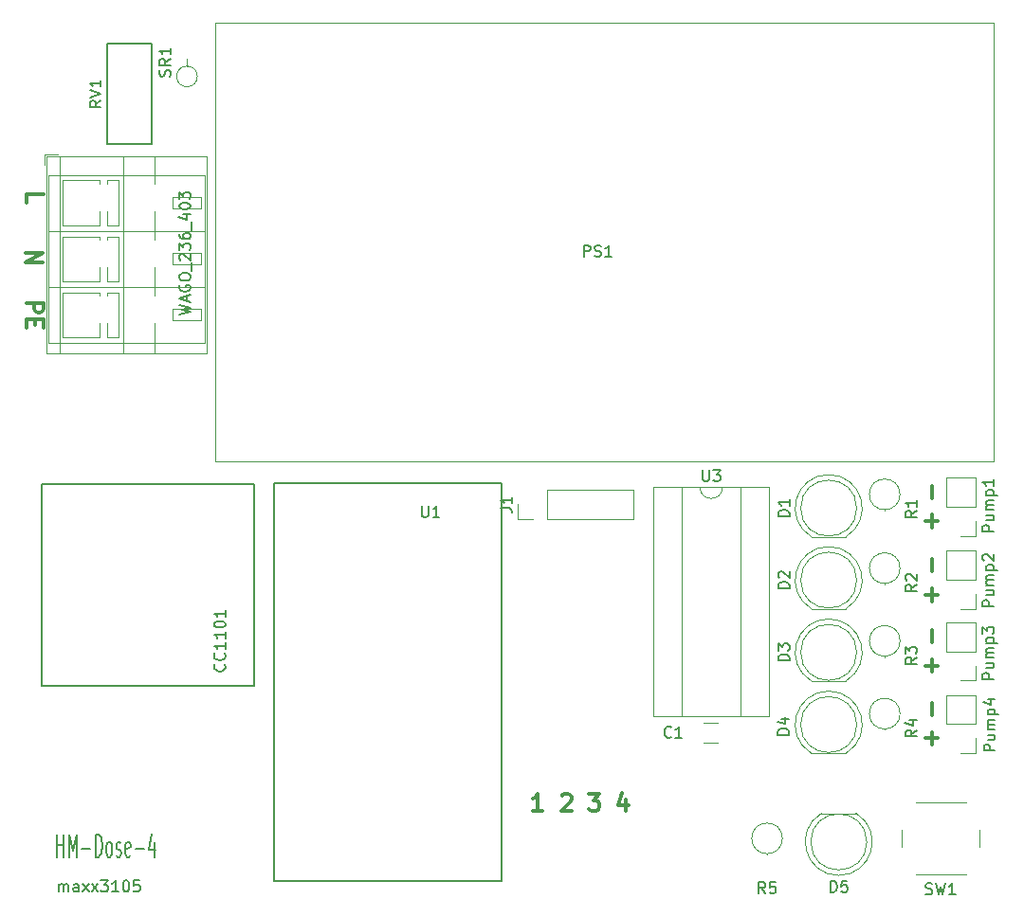
<source format=gbr>
%TF.GenerationSoftware,KiCad,Pcbnew,(5.1.9)-1*%
%TF.CreationDate,2021-03-16T20:09:15+01:00*%
%TF.ProjectId,HB-Uni-SenDose-4,48422d55-6e69-42d5-9365-6e446f73652d,rev?*%
%TF.SameCoordinates,Original*%
%TF.FileFunction,Legend,Top*%
%TF.FilePolarity,Positive*%
%FSLAX46Y46*%
G04 Gerber Fmt 4.6, Leading zero omitted, Abs format (unit mm)*
G04 Created by KiCad (PCBNEW (5.1.9)-1) date 2021-03-16 20:09:15*
%MOMM*%
%LPD*%
G01*
G04 APERTURE LIST*
%ADD10C,0.300000*%
%ADD11C,0.150000*%
%ADD12C,0.120000*%
G04 APERTURE END LIST*
D10*
X162157142Y-111446428D02*
X162157142Y-110303571D01*
X162107142Y-92071428D02*
X162107142Y-90928571D01*
X162107142Y-98596428D02*
X162107142Y-97453571D01*
X162107142Y-104946428D02*
X162107142Y-103803571D01*
X134785714Y-118978571D02*
X134785714Y-119978571D01*
X134428571Y-118407142D02*
X134071428Y-119478571D01*
X135000000Y-119478571D01*
X131500000Y-118478571D02*
X132428571Y-118478571D01*
X131928571Y-119050000D01*
X132142857Y-119050000D01*
X132285714Y-119121428D01*
X132357142Y-119192857D01*
X132428571Y-119335714D01*
X132428571Y-119692857D01*
X132357142Y-119835714D01*
X132285714Y-119907142D01*
X132142857Y-119978571D01*
X131714285Y-119978571D01*
X131571428Y-119907142D01*
X131500000Y-119835714D01*
X129071428Y-118621428D02*
X129142857Y-118550000D01*
X129285714Y-118478571D01*
X129642857Y-118478571D01*
X129785714Y-118550000D01*
X129857142Y-118621428D01*
X129928571Y-118764285D01*
X129928571Y-118907142D01*
X129857142Y-119121428D01*
X129000000Y-119978571D01*
X129928571Y-119978571D01*
X127328571Y-119978571D02*
X126471428Y-119978571D01*
X126900000Y-119978571D02*
X126900000Y-118478571D01*
X126757142Y-118692857D01*
X126614285Y-118835714D01*
X126471428Y-118907142D01*
X81271428Y-74578571D02*
X82771428Y-74578571D01*
X82771428Y-75150000D01*
X82700000Y-75292857D01*
X82628571Y-75364285D01*
X82485714Y-75435714D01*
X82271428Y-75435714D01*
X82128571Y-75364285D01*
X82057142Y-75292857D01*
X81985714Y-75150000D01*
X81985714Y-74578571D01*
X82057142Y-76078571D02*
X82057142Y-76578571D01*
X81271428Y-76792857D02*
X81271428Y-76078571D01*
X82771428Y-76078571D01*
X82771428Y-76792857D01*
X81271428Y-65614285D02*
X81271428Y-64900000D01*
X82771428Y-64900000D01*
X82728571Y-70978571D02*
X81228571Y-70978571D01*
X82728571Y-70121428D01*
X81228571Y-70121428D01*
X161528571Y-100707142D02*
X162671428Y-100707142D01*
X162100000Y-101278571D02*
X162100000Y-100135714D01*
X161528571Y-94107142D02*
X162671428Y-94107142D01*
X162100000Y-94678571D02*
X162100000Y-93535714D01*
X161528571Y-107007142D02*
X162671428Y-107007142D01*
X162100000Y-107578571D02*
X162100000Y-106435714D01*
X161528571Y-113507142D02*
X162671428Y-113507142D01*
X162100000Y-114078571D02*
X162100000Y-112935714D01*
D11*
X84154761Y-127202380D02*
X84154761Y-126535714D01*
X84154761Y-126630952D02*
X84202380Y-126583333D01*
X84297619Y-126535714D01*
X84440476Y-126535714D01*
X84535714Y-126583333D01*
X84583333Y-126678571D01*
X84583333Y-127202380D01*
X84583333Y-126678571D02*
X84630952Y-126583333D01*
X84726190Y-126535714D01*
X84869047Y-126535714D01*
X84964285Y-126583333D01*
X85011904Y-126678571D01*
X85011904Y-127202380D01*
X85916666Y-127202380D02*
X85916666Y-126678571D01*
X85869047Y-126583333D01*
X85773809Y-126535714D01*
X85583333Y-126535714D01*
X85488095Y-126583333D01*
X85916666Y-127154761D02*
X85821428Y-127202380D01*
X85583333Y-127202380D01*
X85488095Y-127154761D01*
X85440476Y-127059523D01*
X85440476Y-126964285D01*
X85488095Y-126869047D01*
X85583333Y-126821428D01*
X85821428Y-126821428D01*
X85916666Y-126773809D01*
X86297619Y-127202380D02*
X86821428Y-126535714D01*
X86297619Y-126535714D02*
X86821428Y-127202380D01*
X87107142Y-127202380D02*
X87630952Y-126535714D01*
X87107142Y-126535714D02*
X87630952Y-127202380D01*
X87916666Y-126202380D02*
X88535714Y-126202380D01*
X88202380Y-126583333D01*
X88345238Y-126583333D01*
X88440476Y-126630952D01*
X88488095Y-126678571D01*
X88535714Y-126773809D01*
X88535714Y-127011904D01*
X88488095Y-127107142D01*
X88440476Y-127154761D01*
X88345238Y-127202380D01*
X88059523Y-127202380D01*
X87964285Y-127154761D01*
X87916666Y-127107142D01*
X89488095Y-127202380D02*
X88916666Y-127202380D01*
X89202380Y-127202380D02*
X89202380Y-126202380D01*
X89107142Y-126345238D01*
X89011904Y-126440476D01*
X88916666Y-126488095D01*
X90107142Y-126202380D02*
X90202380Y-126202380D01*
X90297619Y-126250000D01*
X90345238Y-126297619D01*
X90392857Y-126392857D01*
X90440476Y-126583333D01*
X90440476Y-126821428D01*
X90392857Y-127011904D01*
X90345238Y-127107142D01*
X90297619Y-127154761D01*
X90202380Y-127202380D01*
X90107142Y-127202380D01*
X90011904Y-127154761D01*
X89964285Y-127107142D01*
X89916666Y-127011904D01*
X89869047Y-126821428D01*
X89869047Y-126583333D01*
X89916666Y-126392857D01*
X89964285Y-126297619D01*
X90011904Y-126250000D01*
X90107142Y-126202380D01*
X91345238Y-126202380D02*
X90869047Y-126202380D01*
X90821428Y-126678571D01*
X90869047Y-126630952D01*
X90964285Y-126583333D01*
X91202380Y-126583333D01*
X91297619Y-126630952D01*
X91345238Y-126678571D01*
X91392857Y-126773809D01*
X91392857Y-127011904D01*
X91345238Y-127107142D01*
X91297619Y-127154761D01*
X91202380Y-127202380D01*
X90964285Y-127202380D01*
X90869047Y-127154761D01*
X90821428Y-127107142D01*
X84017857Y-124104761D02*
X84017857Y-122104761D01*
X84017857Y-123057142D02*
X84589285Y-123057142D01*
X84589285Y-124104761D02*
X84589285Y-122104761D01*
X85065476Y-124104761D02*
X85065476Y-122104761D01*
X85398809Y-123533333D01*
X85732142Y-122104761D01*
X85732142Y-124104761D01*
X86208333Y-123342857D02*
X86970238Y-123342857D01*
X87446428Y-124104761D02*
X87446428Y-122104761D01*
X87684523Y-122104761D01*
X87827380Y-122200000D01*
X87922619Y-122390476D01*
X87970238Y-122580952D01*
X88017857Y-122961904D01*
X88017857Y-123247619D01*
X87970238Y-123628571D01*
X87922619Y-123819047D01*
X87827380Y-124009523D01*
X87684523Y-124104761D01*
X87446428Y-124104761D01*
X88589285Y-124104761D02*
X88494047Y-124009523D01*
X88446428Y-123914285D01*
X88398809Y-123723809D01*
X88398809Y-123152380D01*
X88446428Y-122961904D01*
X88494047Y-122866666D01*
X88589285Y-122771428D01*
X88732142Y-122771428D01*
X88827380Y-122866666D01*
X88875000Y-122961904D01*
X88922619Y-123152380D01*
X88922619Y-123723809D01*
X88875000Y-123914285D01*
X88827380Y-124009523D01*
X88732142Y-124104761D01*
X88589285Y-124104761D01*
X89303571Y-124009523D02*
X89398809Y-124104761D01*
X89589285Y-124104761D01*
X89684523Y-124009523D01*
X89732142Y-123819047D01*
X89732142Y-123723809D01*
X89684523Y-123533333D01*
X89589285Y-123438095D01*
X89446428Y-123438095D01*
X89351190Y-123342857D01*
X89303571Y-123152380D01*
X89303571Y-123057142D01*
X89351190Y-122866666D01*
X89446428Y-122771428D01*
X89589285Y-122771428D01*
X89684523Y-122866666D01*
X90541666Y-124009523D02*
X90446428Y-124104761D01*
X90255952Y-124104761D01*
X90160714Y-124009523D01*
X90113095Y-123819047D01*
X90113095Y-123057142D01*
X90160714Y-122866666D01*
X90255952Y-122771428D01*
X90446428Y-122771428D01*
X90541666Y-122866666D01*
X90589285Y-123057142D01*
X90589285Y-123247619D01*
X90113095Y-123438095D01*
X91017857Y-123342857D02*
X91779761Y-123342857D01*
X92684523Y-122771428D02*
X92684523Y-124104761D01*
X92446428Y-122009523D02*
X92208333Y-123438095D01*
X92827380Y-123438095D01*
D12*
%TO.C,D4*%
X151355000Y-114840000D02*
X154445000Y-114840000D01*
X155400000Y-112280000D02*
G75*
G03*
X155400000Y-112280000I-2500000J0D01*
G01*
X152899538Y-109290000D02*
G75*
G02*
X154444830Y-114840000I462J-2990000D01*
G01*
X152900462Y-109290000D02*
G75*
G03*
X151355170Y-114840000I-462J-2990000D01*
G01*
%TO.C,SR1*%
X95600000Y-53430000D02*
X95600000Y-52810000D01*
X96520000Y-54350000D02*
G75*
G03*
X96520000Y-54350000I-920000J0D01*
G01*
D11*
%TO.C,RV1*%
X92450000Y-51400000D02*
X88450000Y-51400000D01*
X92450000Y-60400000D02*
X88450000Y-60400000D01*
X92450000Y-51400000D02*
X92450000Y-60400000D01*
X88450000Y-51400000D02*
X88450000Y-60400000D01*
D12*
%TO.C,C1*%
X141721000Y-113920000D02*
X142979000Y-113920000D01*
X141721000Y-112080000D02*
X142979000Y-112080000D01*
%TO.C,Pump4*%
X166030000Y-109630000D02*
X163370000Y-109630000D01*
X166030000Y-112230000D02*
X166030000Y-109630000D01*
X163370000Y-112230000D02*
X163370000Y-109630000D01*
X166030000Y-112230000D02*
X163370000Y-112230000D01*
X166030000Y-113500000D02*
X166030000Y-114830000D01*
X166030000Y-114830000D02*
X164700000Y-114830000D01*
%TO.C,Pump3*%
X166030000Y-103130000D02*
X163370000Y-103130000D01*
X166030000Y-105730000D02*
X166030000Y-103130000D01*
X163370000Y-105730000D02*
X163370000Y-103130000D01*
X166030000Y-105730000D02*
X163370000Y-105730000D01*
X166030000Y-107000000D02*
X166030000Y-108330000D01*
X166030000Y-108330000D02*
X164700000Y-108330000D01*
%TO.C,Pump2*%
X166030000Y-96730000D02*
X163370000Y-96730000D01*
X166030000Y-99330000D02*
X166030000Y-96730000D01*
X163370000Y-99330000D02*
X163370000Y-96730000D01*
X166030000Y-99330000D02*
X163370000Y-99330000D01*
X166030000Y-100600000D02*
X166030000Y-101930000D01*
X166030000Y-101930000D02*
X164700000Y-101930000D01*
%TO.C,Pump1*%
X166030000Y-90230000D02*
X163370000Y-90230000D01*
X166030000Y-92830000D02*
X166030000Y-90230000D01*
X163370000Y-92830000D02*
X163370000Y-90230000D01*
X166030000Y-92830000D02*
X163370000Y-92830000D01*
X166030000Y-94100000D02*
X166030000Y-95430000D01*
X166030000Y-95430000D02*
X164700000Y-95430000D01*
%TO.C,PS1*%
X167600000Y-49550000D02*
X167600000Y-88750000D01*
X98100000Y-88750000D02*
X98100000Y-49550000D01*
X167600000Y-88750000D02*
X98100000Y-88750000D01*
X98100000Y-49550000D02*
X167600000Y-49550000D01*
%TO.C,U3*%
X141410000Y-91070000D02*
X139760000Y-91070000D01*
X139760000Y-91070000D02*
X139760000Y-111510000D01*
X139760000Y-111510000D02*
X145060000Y-111510000D01*
X145060000Y-111510000D02*
X145060000Y-91070000D01*
X145060000Y-91070000D02*
X143410000Y-91070000D01*
X137270000Y-91010000D02*
X137270000Y-111570000D01*
X137270000Y-111570000D02*
X147550000Y-111570000D01*
X147550000Y-111570000D02*
X147550000Y-91010000D01*
X147550000Y-91010000D02*
X137270000Y-91010000D01*
X143410000Y-91070000D02*
G75*
G02*
X141410000Y-91070000I-1000000J0D01*
G01*
%TO.C,WAGO_236_403*%
X82840000Y-61290000D02*
X82840000Y-62290000D01*
X84080000Y-61290000D02*
X82840000Y-61290000D01*
X96850000Y-76150000D02*
X94351000Y-76150000D01*
X96850000Y-75150000D02*
X94351000Y-75150000D01*
X94351000Y-75150000D02*
X94351000Y-76150000D01*
X96850000Y-75150000D02*
X96850000Y-76150000D01*
X89500000Y-77650000D02*
X88500000Y-77650000D01*
X89500000Y-73650000D02*
X88500000Y-73650000D01*
X88500000Y-76380000D02*
X88500000Y-77650000D01*
X88500000Y-73650000D02*
X88500000Y-73920000D01*
X89500000Y-73650000D02*
X89500000Y-77650000D01*
X97200000Y-78150000D02*
X83200000Y-78150000D01*
X97200000Y-73150000D02*
X83200000Y-73150000D01*
X83200000Y-73150000D02*
X83200000Y-78150000D01*
X97200000Y-73150000D02*
X97200000Y-78150000D01*
X87800000Y-77650000D02*
X84500000Y-77650000D01*
X87800000Y-73650000D02*
X84500000Y-73650000D01*
X84500000Y-73650000D02*
X84500000Y-77650000D01*
X87800000Y-76380000D02*
X87800000Y-77650000D01*
X87800000Y-73650000D02*
X87800000Y-73920000D01*
X96850000Y-71150000D02*
X94351000Y-71150000D01*
X96850000Y-70150000D02*
X94351000Y-70150000D01*
X94351000Y-70150000D02*
X94351000Y-71150000D01*
X96850000Y-70150000D02*
X96850000Y-71150000D01*
X89500000Y-72650000D02*
X88500000Y-72650000D01*
X89500000Y-68650000D02*
X88500000Y-68650000D01*
X88500000Y-71380000D02*
X88500000Y-72650000D01*
X88500000Y-68650000D02*
X88500000Y-68920000D01*
X89500000Y-68650000D02*
X89500000Y-72650000D01*
X97200000Y-73150000D02*
X83200000Y-73150000D01*
X97200000Y-68150000D02*
X83200000Y-68150000D01*
X83200000Y-68150000D02*
X83200000Y-73150000D01*
X97200000Y-68150000D02*
X97200000Y-73150000D01*
X87800000Y-72650000D02*
X84500000Y-72650000D01*
X87800000Y-68650000D02*
X84500000Y-68650000D01*
X84500000Y-68650000D02*
X84500000Y-72650000D01*
X87800000Y-71380000D02*
X87800000Y-72650000D01*
X87800000Y-68650000D02*
X87800000Y-68920000D01*
X96850000Y-66150000D02*
X94351000Y-66150000D01*
X96850000Y-65150000D02*
X94351000Y-65150000D01*
X94351000Y-65150000D02*
X94351000Y-66150000D01*
X96850000Y-65150000D02*
X96850000Y-66150000D01*
X89500000Y-67650000D02*
X88500000Y-67650000D01*
X89500000Y-63650000D02*
X88500000Y-63650000D01*
X88500000Y-66380000D02*
X88500000Y-67650000D01*
X88500000Y-63650000D02*
X88500000Y-63920000D01*
X89500000Y-63650000D02*
X89500000Y-67650000D01*
X97200000Y-68150000D02*
X83200000Y-68150000D01*
X97200000Y-63150000D02*
X83200000Y-63150000D01*
X83200000Y-63150000D02*
X83200000Y-68150000D01*
X97200000Y-63150000D02*
X97200000Y-68150000D01*
X87800000Y-67650000D02*
X84500000Y-67650000D01*
X87800000Y-63650000D02*
X84500000Y-63650000D01*
X84500000Y-63650000D02*
X84500000Y-67650000D01*
X87800000Y-66380000D02*
X87800000Y-67650000D01*
X87800000Y-63650000D02*
X87800000Y-63920000D01*
X97320000Y-79070000D02*
X83080000Y-79070000D01*
X97320000Y-61530000D02*
X83080000Y-61530000D01*
X83080000Y-61530000D02*
X83080000Y-79070000D01*
X97320000Y-61530000D02*
X97320000Y-79070000D01*
X92700000Y-76380000D02*
X92700000Y-79070000D01*
X92700000Y-71380000D02*
X92700000Y-73920000D01*
X92700000Y-66380000D02*
X92700000Y-68920000D01*
X92700000Y-61530000D02*
X92700000Y-63920000D01*
X89900000Y-61530000D02*
X89900000Y-79070000D01*
X84200000Y-61530000D02*
X84200000Y-79070000D01*
D11*
%TO.C,U2*%
X101600000Y-108800000D02*
X100600000Y-108800000D01*
X101600000Y-90800000D02*
X101600000Y-108800000D01*
X82600000Y-90800000D02*
X101600000Y-90800000D01*
X82600000Y-108800000D02*
X82600000Y-90800000D01*
X100600000Y-108800000D02*
X82600000Y-108800000D01*
%TO.C,U1*%
X123680000Y-90740000D02*
X103360000Y-90740000D01*
X103360000Y-90740000D02*
X103360000Y-126300000D01*
X103360000Y-126300000D02*
X123680000Y-126300000D01*
X123680000Y-126300000D02*
X123680000Y-90740000D01*
D12*
%TO.C,SW1*%
X159400000Y-121700000D02*
X159400000Y-123200000D01*
X160650000Y-125700000D02*
X165150000Y-125700000D01*
X166400000Y-123200000D02*
X166400000Y-121700000D01*
X165150000Y-119200000D02*
X160650000Y-119200000D01*
%TO.C,R5*%
X147400000Y-123820000D02*
X147400000Y-123890000D01*
X148770000Y-122450000D02*
G75*
G03*
X148770000Y-122450000I-1370000J0D01*
G01*
%TO.C,R4*%
X157900000Y-112670000D02*
X157900000Y-112740000D01*
X159270000Y-111300000D02*
G75*
G03*
X159270000Y-111300000I-1370000J0D01*
G01*
%TO.C,R3*%
X157900000Y-106170000D02*
X157900000Y-106240000D01*
X159270000Y-104800000D02*
G75*
G03*
X159270000Y-104800000I-1370000J0D01*
G01*
%TO.C,R2*%
X157900000Y-99670000D02*
X157900000Y-99740000D01*
X159270000Y-98300000D02*
G75*
G03*
X159270000Y-98300000I-1370000J0D01*
G01*
%TO.C,R1*%
X157900000Y-93070000D02*
X157900000Y-93140000D01*
X159270000Y-91700000D02*
G75*
G03*
X159270000Y-91700000I-1370000J0D01*
G01*
%TO.C,J1*%
X125170000Y-93930000D02*
X125170000Y-92600000D01*
X126500000Y-93930000D02*
X125170000Y-93930000D01*
X127770000Y-93930000D02*
X127770000Y-91270000D01*
X127770000Y-91270000D02*
X135450000Y-91270000D01*
X127770000Y-93930000D02*
X135450000Y-93930000D01*
X135450000Y-93930000D02*
X135450000Y-91270000D01*
%TO.C,D5*%
X155345000Y-120210000D02*
X152255000Y-120210000D01*
X156300000Y-122770000D02*
G75*
G03*
X156300000Y-122770000I-2500000J0D01*
G01*
X153800462Y-125760000D02*
G75*
G02*
X152255170Y-120210000I-462J2990000D01*
G01*
X153799538Y-125760000D02*
G75*
G03*
X155344830Y-120210000I462J2990000D01*
G01*
%TO.C,D3*%
X151355000Y-108390000D02*
X154445000Y-108390000D01*
X155400000Y-105830000D02*
G75*
G03*
X155400000Y-105830000I-2500000J0D01*
G01*
X152899538Y-102840000D02*
G75*
G02*
X154444830Y-108390000I462J-2990000D01*
G01*
X152900462Y-102840000D02*
G75*
G03*
X151355170Y-108390000I-462J-2990000D01*
G01*
%TO.C,D2*%
X151355000Y-101930000D02*
X154445000Y-101930000D01*
X155400000Y-99370000D02*
G75*
G03*
X155400000Y-99370000I-2500000J0D01*
G01*
X152899538Y-96380000D02*
G75*
G02*
X154444830Y-101930000I462J-2990000D01*
G01*
X152900462Y-96380000D02*
G75*
G03*
X151355170Y-101930000I-462J-2990000D01*
G01*
%TO.C,D1*%
X151355000Y-95490000D02*
X154445000Y-95490000D01*
X155400000Y-92930000D02*
G75*
G03*
X155400000Y-92930000I-2500000J0D01*
G01*
X152899538Y-89940000D02*
G75*
G02*
X154444830Y-95490000I462J-2990000D01*
G01*
X152900462Y-89940000D02*
G75*
G03*
X151355170Y-95490000I-462J-2990000D01*
G01*
%TO.C,D4*%
D11*
X149352380Y-113188095D02*
X148352380Y-113188095D01*
X148352380Y-112950000D01*
X148400000Y-112807142D01*
X148495238Y-112711904D01*
X148590476Y-112664285D01*
X148780952Y-112616666D01*
X148923809Y-112616666D01*
X149114285Y-112664285D01*
X149209523Y-112711904D01*
X149304761Y-112807142D01*
X149352380Y-112950000D01*
X149352380Y-113188095D01*
X148685714Y-111759523D02*
X149352380Y-111759523D01*
X148304761Y-111997619D02*
X149019047Y-112235714D01*
X149019047Y-111616666D01*
%TO.C,SR1*%
X94084761Y-54341904D02*
X94132380Y-54199047D01*
X94132380Y-53960952D01*
X94084761Y-53865714D01*
X94037142Y-53818095D01*
X93941904Y-53770476D01*
X93846666Y-53770476D01*
X93751428Y-53818095D01*
X93703809Y-53865714D01*
X93656190Y-53960952D01*
X93608571Y-54151428D01*
X93560952Y-54246666D01*
X93513333Y-54294285D01*
X93418095Y-54341904D01*
X93322857Y-54341904D01*
X93227619Y-54294285D01*
X93180000Y-54246666D01*
X93132380Y-54151428D01*
X93132380Y-53913333D01*
X93180000Y-53770476D01*
X94132380Y-52770476D02*
X93656190Y-53103809D01*
X94132380Y-53341904D02*
X93132380Y-53341904D01*
X93132380Y-52960952D01*
X93180000Y-52865714D01*
X93227619Y-52818095D01*
X93322857Y-52770476D01*
X93465714Y-52770476D01*
X93560952Y-52818095D01*
X93608571Y-52865714D01*
X93656190Y-52960952D01*
X93656190Y-53341904D01*
X94132380Y-51818095D02*
X94132380Y-52389523D01*
X94132380Y-52103809D02*
X93132380Y-52103809D01*
X93275238Y-52199047D01*
X93370476Y-52294285D01*
X93418095Y-52389523D01*
%TO.C,RV1*%
X87902380Y-56495238D02*
X87426190Y-56828571D01*
X87902380Y-57066666D02*
X86902380Y-57066666D01*
X86902380Y-56685714D01*
X86950000Y-56590476D01*
X86997619Y-56542857D01*
X87092857Y-56495238D01*
X87235714Y-56495238D01*
X87330952Y-56542857D01*
X87378571Y-56590476D01*
X87426190Y-56685714D01*
X87426190Y-57066666D01*
X86902380Y-56209523D02*
X87902380Y-55876190D01*
X86902380Y-55542857D01*
X87902380Y-54685714D02*
X87902380Y-55257142D01*
X87902380Y-54971428D02*
X86902380Y-54971428D01*
X87045238Y-55066666D01*
X87140476Y-55161904D01*
X87188095Y-55257142D01*
%TO.C,C1*%
X138833333Y-113357142D02*
X138785714Y-113404761D01*
X138642857Y-113452380D01*
X138547619Y-113452380D01*
X138404761Y-113404761D01*
X138309523Y-113309523D01*
X138261904Y-113214285D01*
X138214285Y-113023809D01*
X138214285Y-112880952D01*
X138261904Y-112690476D01*
X138309523Y-112595238D01*
X138404761Y-112500000D01*
X138547619Y-112452380D01*
X138642857Y-112452380D01*
X138785714Y-112500000D01*
X138833333Y-112547619D01*
X139785714Y-113452380D02*
X139214285Y-113452380D01*
X139500000Y-113452380D02*
X139500000Y-112452380D01*
X139404761Y-112595238D01*
X139309523Y-112690476D01*
X139214285Y-112738095D01*
%TO.C,Pump4*%
X167752380Y-114609523D02*
X166752380Y-114609523D01*
X166752380Y-114228571D01*
X166800000Y-114133333D01*
X166847619Y-114085714D01*
X166942857Y-114038095D01*
X167085714Y-114038095D01*
X167180952Y-114085714D01*
X167228571Y-114133333D01*
X167276190Y-114228571D01*
X167276190Y-114609523D01*
X167085714Y-113180952D02*
X167752380Y-113180952D01*
X167085714Y-113609523D02*
X167609523Y-113609523D01*
X167704761Y-113561904D01*
X167752380Y-113466666D01*
X167752380Y-113323809D01*
X167704761Y-113228571D01*
X167657142Y-113180952D01*
X167752380Y-112704761D02*
X167085714Y-112704761D01*
X167180952Y-112704761D02*
X167133333Y-112657142D01*
X167085714Y-112561904D01*
X167085714Y-112419047D01*
X167133333Y-112323809D01*
X167228571Y-112276190D01*
X167752380Y-112276190D01*
X167228571Y-112276190D02*
X167133333Y-112228571D01*
X167085714Y-112133333D01*
X167085714Y-111990476D01*
X167133333Y-111895238D01*
X167228571Y-111847619D01*
X167752380Y-111847619D01*
X167085714Y-111371428D02*
X168085714Y-111371428D01*
X167133333Y-111371428D02*
X167085714Y-111276190D01*
X167085714Y-111085714D01*
X167133333Y-110990476D01*
X167180952Y-110942857D01*
X167276190Y-110895238D01*
X167561904Y-110895238D01*
X167657142Y-110942857D01*
X167704761Y-110990476D01*
X167752380Y-111085714D01*
X167752380Y-111276190D01*
X167704761Y-111371428D01*
X167085714Y-110038095D02*
X167752380Y-110038095D01*
X166704761Y-110276190D02*
X167419047Y-110514285D01*
X167419047Y-109895238D01*
%TO.C,Pump3*%
X167652380Y-108209523D02*
X166652380Y-108209523D01*
X166652380Y-107828571D01*
X166700000Y-107733333D01*
X166747619Y-107685714D01*
X166842857Y-107638095D01*
X166985714Y-107638095D01*
X167080952Y-107685714D01*
X167128571Y-107733333D01*
X167176190Y-107828571D01*
X167176190Y-108209523D01*
X166985714Y-106780952D02*
X167652380Y-106780952D01*
X166985714Y-107209523D02*
X167509523Y-107209523D01*
X167604761Y-107161904D01*
X167652380Y-107066666D01*
X167652380Y-106923809D01*
X167604761Y-106828571D01*
X167557142Y-106780952D01*
X167652380Y-106304761D02*
X166985714Y-106304761D01*
X167080952Y-106304761D02*
X167033333Y-106257142D01*
X166985714Y-106161904D01*
X166985714Y-106019047D01*
X167033333Y-105923809D01*
X167128571Y-105876190D01*
X167652380Y-105876190D01*
X167128571Y-105876190D02*
X167033333Y-105828571D01*
X166985714Y-105733333D01*
X166985714Y-105590476D01*
X167033333Y-105495238D01*
X167128571Y-105447619D01*
X167652380Y-105447619D01*
X166985714Y-104971428D02*
X167985714Y-104971428D01*
X167033333Y-104971428D02*
X166985714Y-104876190D01*
X166985714Y-104685714D01*
X167033333Y-104590476D01*
X167080952Y-104542857D01*
X167176190Y-104495238D01*
X167461904Y-104495238D01*
X167557142Y-104542857D01*
X167604761Y-104590476D01*
X167652380Y-104685714D01*
X167652380Y-104876190D01*
X167604761Y-104971428D01*
X166652380Y-104161904D02*
X166652380Y-103542857D01*
X167033333Y-103876190D01*
X167033333Y-103733333D01*
X167080952Y-103638095D01*
X167128571Y-103590476D01*
X167223809Y-103542857D01*
X167461904Y-103542857D01*
X167557142Y-103590476D01*
X167604761Y-103638095D01*
X167652380Y-103733333D01*
X167652380Y-104019047D01*
X167604761Y-104114285D01*
X167557142Y-104161904D01*
%TO.C,Pump2*%
X167652380Y-101709523D02*
X166652380Y-101709523D01*
X166652380Y-101328571D01*
X166700000Y-101233333D01*
X166747619Y-101185714D01*
X166842857Y-101138095D01*
X166985714Y-101138095D01*
X167080952Y-101185714D01*
X167128571Y-101233333D01*
X167176190Y-101328571D01*
X167176190Y-101709523D01*
X166985714Y-100280952D02*
X167652380Y-100280952D01*
X166985714Y-100709523D02*
X167509523Y-100709523D01*
X167604761Y-100661904D01*
X167652380Y-100566666D01*
X167652380Y-100423809D01*
X167604761Y-100328571D01*
X167557142Y-100280952D01*
X167652380Y-99804761D02*
X166985714Y-99804761D01*
X167080952Y-99804761D02*
X167033333Y-99757142D01*
X166985714Y-99661904D01*
X166985714Y-99519047D01*
X167033333Y-99423809D01*
X167128571Y-99376190D01*
X167652380Y-99376190D01*
X167128571Y-99376190D02*
X167033333Y-99328571D01*
X166985714Y-99233333D01*
X166985714Y-99090476D01*
X167033333Y-98995238D01*
X167128571Y-98947619D01*
X167652380Y-98947619D01*
X166985714Y-98471428D02*
X167985714Y-98471428D01*
X167033333Y-98471428D02*
X166985714Y-98376190D01*
X166985714Y-98185714D01*
X167033333Y-98090476D01*
X167080952Y-98042857D01*
X167176190Y-97995238D01*
X167461904Y-97995238D01*
X167557142Y-98042857D01*
X167604761Y-98090476D01*
X167652380Y-98185714D01*
X167652380Y-98376190D01*
X167604761Y-98471428D01*
X166747619Y-97614285D02*
X166700000Y-97566666D01*
X166652380Y-97471428D01*
X166652380Y-97233333D01*
X166700000Y-97138095D01*
X166747619Y-97090476D01*
X166842857Y-97042857D01*
X166938095Y-97042857D01*
X167080952Y-97090476D01*
X167652380Y-97661904D01*
X167652380Y-97042857D01*
%TO.C,Pump1*%
X167652380Y-95009523D02*
X166652380Y-95009523D01*
X166652380Y-94628571D01*
X166700000Y-94533333D01*
X166747619Y-94485714D01*
X166842857Y-94438095D01*
X166985714Y-94438095D01*
X167080952Y-94485714D01*
X167128571Y-94533333D01*
X167176190Y-94628571D01*
X167176190Y-95009523D01*
X166985714Y-93580952D02*
X167652380Y-93580952D01*
X166985714Y-94009523D02*
X167509523Y-94009523D01*
X167604761Y-93961904D01*
X167652380Y-93866666D01*
X167652380Y-93723809D01*
X167604761Y-93628571D01*
X167557142Y-93580952D01*
X167652380Y-93104761D02*
X166985714Y-93104761D01*
X167080952Y-93104761D02*
X167033333Y-93057142D01*
X166985714Y-92961904D01*
X166985714Y-92819047D01*
X167033333Y-92723809D01*
X167128571Y-92676190D01*
X167652380Y-92676190D01*
X167128571Y-92676190D02*
X167033333Y-92628571D01*
X166985714Y-92533333D01*
X166985714Y-92390476D01*
X167033333Y-92295238D01*
X167128571Y-92247619D01*
X167652380Y-92247619D01*
X166985714Y-91771428D02*
X167985714Y-91771428D01*
X167033333Y-91771428D02*
X166985714Y-91676190D01*
X166985714Y-91485714D01*
X167033333Y-91390476D01*
X167080952Y-91342857D01*
X167176190Y-91295238D01*
X167461904Y-91295238D01*
X167557142Y-91342857D01*
X167604761Y-91390476D01*
X167652380Y-91485714D01*
X167652380Y-91676190D01*
X167604761Y-91771428D01*
X167652380Y-90342857D02*
X167652380Y-90914285D01*
X167652380Y-90628571D02*
X166652380Y-90628571D01*
X166795238Y-90723809D01*
X166890476Y-90819047D01*
X166938095Y-90914285D01*
%TO.C,PS1*%
X131035714Y-70452380D02*
X131035714Y-69452380D01*
X131416666Y-69452380D01*
X131511904Y-69500000D01*
X131559523Y-69547619D01*
X131607142Y-69642857D01*
X131607142Y-69785714D01*
X131559523Y-69880952D01*
X131511904Y-69928571D01*
X131416666Y-69976190D01*
X131035714Y-69976190D01*
X131988095Y-70404761D02*
X132130952Y-70452380D01*
X132369047Y-70452380D01*
X132464285Y-70404761D01*
X132511904Y-70357142D01*
X132559523Y-70261904D01*
X132559523Y-70166666D01*
X132511904Y-70071428D01*
X132464285Y-70023809D01*
X132369047Y-69976190D01*
X132178571Y-69928571D01*
X132083333Y-69880952D01*
X132035714Y-69833333D01*
X131988095Y-69738095D01*
X131988095Y-69642857D01*
X132035714Y-69547619D01*
X132083333Y-69500000D01*
X132178571Y-69452380D01*
X132416666Y-69452380D01*
X132559523Y-69500000D01*
X133511904Y-70452380D02*
X132940476Y-70452380D01*
X133226190Y-70452380D02*
X133226190Y-69452380D01*
X133130952Y-69595238D01*
X133035714Y-69690476D01*
X132940476Y-69738095D01*
%TO.C,U3*%
X141648095Y-89522380D02*
X141648095Y-90331904D01*
X141695714Y-90427142D01*
X141743333Y-90474761D01*
X141838571Y-90522380D01*
X142029047Y-90522380D01*
X142124285Y-90474761D01*
X142171904Y-90427142D01*
X142219523Y-90331904D01*
X142219523Y-89522380D01*
X142600476Y-89522380D02*
X143219523Y-89522380D01*
X142886190Y-89903333D01*
X143029047Y-89903333D01*
X143124285Y-89950952D01*
X143171904Y-89998571D01*
X143219523Y-90093809D01*
X143219523Y-90331904D01*
X143171904Y-90427142D01*
X143124285Y-90474761D01*
X143029047Y-90522380D01*
X142743333Y-90522380D01*
X142648095Y-90474761D01*
X142600476Y-90427142D01*
%TO.C,WAGO_236_403*%
X94902380Y-75650000D02*
X95902380Y-75411904D01*
X95188095Y-75221428D01*
X95902380Y-75030952D01*
X94902380Y-74792857D01*
X95616666Y-74459523D02*
X95616666Y-73983333D01*
X95902380Y-74554761D02*
X94902380Y-74221428D01*
X95902380Y-73888095D01*
X94950000Y-73030952D02*
X94902380Y-73126190D01*
X94902380Y-73269047D01*
X94950000Y-73411904D01*
X95045238Y-73507142D01*
X95140476Y-73554761D01*
X95330952Y-73602380D01*
X95473809Y-73602380D01*
X95664285Y-73554761D01*
X95759523Y-73507142D01*
X95854761Y-73411904D01*
X95902380Y-73269047D01*
X95902380Y-73173809D01*
X95854761Y-73030952D01*
X95807142Y-72983333D01*
X95473809Y-72983333D01*
X95473809Y-73173809D01*
X94902380Y-72364285D02*
X94902380Y-72173809D01*
X94950000Y-72078571D01*
X95045238Y-71983333D01*
X95235714Y-71935714D01*
X95569047Y-71935714D01*
X95759523Y-71983333D01*
X95854761Y-72078571D01*
X95902380Y-72173809D01*
X95902380Y-72364285D01*
X95854761Y-72459523D01*
X95759523Y-72554761D01*
X95569047Y-72602380D01*
X95235714Y-72602380D01*
X95045238Y-72554761D01*
X94950000Y-72459523D01*
X94902380Y-72364285D01*
X95997619Y-71745238D02*
X95997619Y-70983333D01*
X94997619Y-70792857D02*
X94950000Y-70745238D01*
X94902380Y-70650000D01*
X94902380Y-70411904D01*
X94950000Y-70316666D01*
X94997619Y-70269047D01*
X95092857Y-70221428D01*
X95188095Y-70221428D01*
X95330952Y-70269047D01*
X95902380Y-70840476D01*
X95902380Y-70221428D01*
X94902380Y-69888095D02*
X94902380Y-69269047D01*
X95283333Y-69602380D01*
X95283333Y-69459523D01*
X95330952Y-69364285D01*
X95378571Y-69316666D01*
X95473809Y-69269047D01*
X95711904Y-69269047D01*
X95807142Y-69316666D01*
X95854761Y-69364285D01*
X95902380Y-69459523D01*
X95902380Y-69745238D01*
X95854761Y-69840476D01*
X95807142Y-69888095D01*
X94902380Y-68411904D02*
X94902380Y-68602380D01*
X94950000Y-68697619D01*
X94997619Y-68745238D01*
X95140476Y-68840476D01*
X95330952Y-68888095D01*
X95711904Y-68888095D01*
X95807142Y-68840476D01*
X95854761Y-68792857D01*
X95902380Y-68697619D01*
X95902380Y-68507142D01*
X95854761Y-68411904D01*
X95807142Y-68364285D01*
X95711904Y-68316666D01*
X95473809Y-68316666D01*
X95378571Y-68364285D01*
X95330952Y-68411904D01*
X95283333Y-68507142D01*
X95283333Y-68697619D01*
X95330952Y-68792857D01*
X95378571Y-68840476D01*
X95473809Y-68888095D01*
X95997619Y-68126190D02*
X95997619Y-67364285D01*
X95235714Y-66697619D02*
X95902380Y-66697619D01*
X94854761Y-66935714D02*
X95569047Y-67173809D01*
X95569047Y-66554761D01*
X94902380Y-65983333D02*
X94902380Y-65888095D01*
X94950000Y-65792857D01*
X94997619Y-65745238D01*
X95092857Y-65697619D01*
X95283333Y-65650000D01*
X95521428Y-65650000D01*
X95711904Y-65697619D01*
X95807142Y-65745238D01*
X95854761Y-65792857D01*
X95902380Y-65888095D01*
X95902380Y-65983333D01*
X95854761Y-66078571D01*
X95807142Y-66126190D01*
X95711904Y-66173809D01*
X95521428Y-66221428D01*
X95283333Y-66221428D01*
X95092857Y-66173809D01*
X94997619Y-66126190D01*
X94950000Y-66078571D01*
X94902380Y-65983333D01*
X94902380Y-65316666D02*
X94902380Y-64697619D01*
X95283333Y-65030952D01*
X95283333Y-64888095D01*
X95330952Y-64792857D01*
X95378571Y-64745238D01*
X95473809Y-64697619D01*
X95711904Y-64697619D01*
X95807142Y-64745238D01*
X95854761Y-64792857D01*
X95902380Y-64888095D01*
X95902380Y-65173809D01*
X95854761Y-65269047D01*
X95807142Y-65316666D01*
%TO.C,U2*%
X98925142Y-106895238D02*
X98972761Y-106942857D01*
X99020380Y-107085714D01*
X99020380Y-107180952D01*
X98972761Y-107323809D01*
X98877523Y-107419047D01*
X98782285Y-107466666D01*
X98591809Y-107514285D01*
X98448952Y-107514285D01*
X98258476Y-107466666D01*
X98163238Y-107419047D01*
X98068000Y-107323809D01*
X98020380Y-107180952D01*
X98020380Y-107085714D01*
X98068000Y-106942857D01*
X98115619Y-106895238D01*
X98925142Y-105895238D02*
X98972761Y-105942857D01*
X99020380Y-106085714D01*
X99020380Y-106180952D01*
X98972761Y-106323809D01*
X98877523Y-106419047D01*
X98782285Y-106466666D01*
X98591809Y-106514285D01*
X98448952Y-106514285D01*
X98258476Y-106466666D01*
X98163238Y-106419047D01*
X98068000Y-106323809D01*
X98020380Y-106180952D01*
X98020380Y-106085714D01*
X98068000Y-105942857D01*
X98115619Y-105895238D01*
X99020380Y-104942857D02*
X99020380Y-105514285D01*
X99020380Y-105228571D02*
X98020380Y-105228571D01*
X98163238Y-105323809D01*
X98258476Y-105419047D01*
X98306095Y-105514285D01*
X99020380Y-103990476D02*
X99020380Y-104561904D01*
X99020380Y-104276190D02*
X98020380Y-104276190D01*
X98163238Y-104371428D01*
X98258476Y-104466666D01*
X98306095Y-104561904D01*
X98020380Y-103371428D02*
X98020380Y-103276190D01*
X98068000Y-103180952D01*
X98115619Y-103133333D01*
X98210857Y-103085714D01*
X98401333Y-103038095D01*
X98639428Y-103038095D01*
X98829904Y-103085714D01*
X98925142Y-103133333D01*
X98972761Y-103180952D01*
X99020380Y-103276190D01*
X99020380Y-103371428D01*
X98972761Y-103466666D01*
X98925142Y-103514285D01*
X98829904Y-103561904D01*
X98639428Y-103609523D01*
X98401333Y-103609523D01*
X98210857Y-103561904D01*
X98115619Y-103514285D01*
X98068000Y-103466666D01*
X98020380Y-103371428D01*
X99020380Y-102085714D02*
X99020380Y-102657142D01*
X99020380Y-102371428D02*
X98020380Y-102371428D01*
X98163238Y-102466666D01*
X98258476Y-102561904D01*
X98306095Y-102657142D01*
%TO.C,U1*%
X116568095Y-92732380D02*
X116568095Y-93541904D01*
X116615714Y-93637142D01*
X116663333Y-93684761D01*
X116758571Y-93732380D01*
X116949047Y-93732380D01*
X117044285Y-93684761D01*
X117091904Y-93637142D01*
X117139523Y-93541904D01*
X117139523Y-92732380D01*
X118139523Y-93732380D02*
X117568095Y-93732380D01*
X117853809Y-93732380D02*
X117853809Y-92732380D01*
X117758571Y-92875238D01*
X117663333Y-92970476D01*
X117568095Y-93018095D01*
%TO.C,SW1*%
X161566666Y-127404761D02*
X161709523Y-127452380D01*
X161947619Y-127452380D01*
X162042857Y-127404761D01*
X162090476Y-127357142D01*
X162138095Y-127261904D01*
X162138095Y-127166666D01*
X162090476Y-127071428D01*
X162042857Y-127023809D01*
X161947619Y-126976190D01*
X161757142Y-126928571D01*
X161661904Y-126880952D01*
X161614285Y-126833333D01*
X161566666Y-126738095D01*
X161566666Y-126642857D01*
X161614285Y-126547619D01*
X161661904Y-126500000D01*
X161757142Y-126452380D01*
X161995238Y-126452380D01*
X162138095Y-126500000D01*
X162471428Y-126452380D02*
X162709523Y-127452380D01*
X162900000Y-126738095D01*
X163090476Y-127452380D01*
X163328571Y-126452380D01*
X164233333Y-127452380D02*
X163661904Y-127452380D01*
X163947619Y-127452380D02*
X163947619Y-126452380D01*
X163852380Y-126595238D01*
X163757142Y-126690476D01*
X163661904Y-126738095D01*
%TO.C,R5*%
X147233333Y-127352380D02*
X146900000Y-126876190D01*
X146661904Y-127352380D02*
X146661904Y-126352380D01*
X147042857Y-126352380D01*
X147138095Y-126400000D01*
X147185714Y-126447619D01*
X147233333Y-126542857D01*
X147233333Y-126685714D01*
X147185714Y-126780952D01*
X147138095Y-126828571D01*
X147042857Y-126876190D01*
X146661904Y-126876190D01*
X148138095Y-126352380D02*
X147661904Y-126352380D01*
X147614285Y-126828571D01*
X147661904Y-126780952D01*
X147757142Y-126733333D01*
X147995238Y-126733333D01*
X148090476Y-126780952D01*
X148138095Y-126828571D01*
X148185714Y-126923809D01*
X148185714Y-127161904D01*
X148138095Y-127257142D01*
X148090476Y-127304761D01*
X147995238Y-127352380D01*
X147757142Y-127352380D01*
X147661904Y-127304761D01*
X147614285Y-127257142D01*
%TO.C,R4*%
X160752380Y-112766666D02*
X160276190Y-113100000D01*
X160752380Y-113338095D02*
X159752380Y-113338095D01*
X159752380Y-112957142D01*
X159800000Y-112861904D01*
X159847619Y-112814285D01*
X159942857Y-112766666D01*
X160085714Y-112766666D01*
X160180952Y-112814285D01*
X160228571Y-112861904D01*
X160276190Y-112957142D01*
X160276190Y-113338095D01*
X160085714Y-111909523D02*
X160752380Y-111909523D01*
X159704761Y-112147619D02*
X160419047Y-112385714D01*
X160419047Y-111766666D01*
%TO.C,R3*%
X160752380Y-106266666D02*
X160276190Y-106600000D01*
X160752380Y-106838095D02*
X159752380Y-106838095D01*
X159752380Y-106457142D01*
X159800000Y-106361904D01*
X159847619Y-106314285D01*
X159942857Y-106266666D01*
X160085714Y-106266666D01*
X160180952Y-106314285D01*
X160228571Y-106361904D01*
X160276190Y-106457142D01*
X160276190Y-106838095D01*
X159752380Y-105933333D02*
X159752380Y-105314285D01*
X160133333Y-105647619D01*
X160133333Y-105504761D01*
X160180952Y-105409523D01*
X160228571Y-105361904D01*
X160323809Y-105314285D01*
X160561904Y-105314285D01*
X160657142Y-105361904D01*
X160704761Y-105409523D01*
X160752380Y-105504761D01*
X160752380Y-105790476D01*
X160704761Y-105885714D01*
X160657142Y-105933333D01*
%TO.C,R2*%
X160752380Y-99766666D02*
X160276190Y-100100000D01*
X160752380Y-100338095D02*
X159752380Y-100338095D01*
X159752380Y-99957142D01*
X159800000Y-99861904D01*
X159847619Y-99814285D01*
X159942857Y-99766666D01*
X160085714Y-99766666D01*
X160180952Y-99814285D01*
X160228571Y-99861904D01*
X160276190Y-99957142D01*
X160276190Y-100338095D01*
X159847619Y-99385714D02*
X159800000Y-99338095D01*
X159752380Y-99242857D01*
X159752380Y-99004761D01*
X159800000Y-98909523D01*
X159847619Y-98861904D01*
X159942857Y-98814285D01*
X160038095Y-98814285D01*
X160180952Y-98861904D01*
X160752380Y-99433333D01*
X160752380Y-98814285D01*
%TO.C,R1*%
X160752380Y-93166666D02*
X160276190Y-93500000D01*
X160752380Y-93738095D02*
X159752380Y-93738095D01*
X159752380Y-93357142D01*
X159800000Y-93261904D01*
X159847619Y-93214285D01*
X159942857Y-93166666D01*
X160085714Y-93166666D01*
X160180952Y-93214285D01*
X160228571Y-93261904D01*
X160276190Y-93357142D01*
X160276190Y-93738095D01*
X160752380Y-92214285D02*
X160752380Y-92785714D01*
X160752380Y-92500000D02*
X159752380Y-92500000D01*
X159895238Y-92595238D01*
X159990476Y-92690476D01*
X160038095Y-92785714D01*
%TO.C,J1*%
X123622380Y-92933333D02*
X124336666Y-92933333D01*
X124479523Y-92980952D01*
X124574761Y-93076190D01*
X124622380Y-93219047D01*
X124622380Y-93314285D01*
X124622380Y-91933333D02*
X124622380Y-92504761D01*
X124622380Y-92219047D02*
X123622380Y-92219047D01*
X123765238Y-92314285D01*
X123860476Y-92409523D01*
X123908095Y-92504761D01*
%TO.C,D5*%
X153061904Y-127252380D02*
X153061904Y-126252380D01*
X153300000Y-126252380D01*
X153442857Y-126300000D01*
X153538095Y-126395238D01*
X153585714Y-126490476D01*
X153633333Y-126680952D01*
X153633333Y-126823809D01*
X153585714Y-127014285D01*
X153538095Y-127109523D01*
X153442857Y-127204761D01*
X153300000Y-127252380D01*
X153061904Y-127252380D01*
X154538095Y-126252380D02*
X154061904Y-126252380D01*
X154014285Y-126728571D01*
X154061904Y-126680952D01*
X154157142Y-126633333D01*
X154395238Y-126633333D01*
X154490476Y-126680952D01*
X154538095Y-126728571D01*
X154585714Y-126823809D01*
X154585714Y-127061904D01*
X154538095Y-127157142D01*
X154490476Y-127204761D01*
X154395238Y-127252380D01*
X154157142Y-127252380D01*
X154061904Y-127204761D01*
X154014285Y-127157142D01*
%TO.C,D3*%
X149392380Y-106568095D02*
X148392380Y-106568095D01*
X148392380Y-106330000D01*
X148440000Y-106187142D01*
X148535238Y-106091904D01*
X148630476Y-106044285D01*
X148820952Y-105996666D01*
X148963809Y-105996666D01*
X149154285Y-106044285D01*
X149249523Y-106091904D01*
X149344761Y-106187142D01*
X149392380Y-106330000D01*
X149392380Y-106568095D01*
X148392380Y-105663333D02*
X148392380Y-105044285D01*
X148773333Y-105377619D01*
X148773333Y-105234761D01*
X148820952Y-105139523D01*
X148868571Y-105091904D01*
X148963809Y-105044285D01*
X149201904Y-105044285D01*
X149297142Y-105091904D01*
X149344761Y-105139523D01*
X149392380Y-105234761D01*
X149392380Y-105520476D01*
X149344761Y-105615714D01*
X149297142Y-105663333D01*
%TO.C,D2*%
X149392380Y-100108095D02*
X148392380Y-100108095D01*
X148392380Y-99870000D01*
X148440000Y-99727142D01*
X148535238Y-99631904D01*
X148630476Y-99584285D01*
X148820952Y-99536666D01*
X148963809Y-99536666D01*
X149154285Y-99584285D01*
X149249523Y-99631904D01*
X149344761Y-99727142D01*
X149392380Y-99870000D01*
X149392380Y-100108095D01*
X148487619Y-99155714D02*
X148440000Y-99108095D01*
X148392380Y-99012857D01*
X148392380Y-98774761D01*
X148440000Y-98679523D01*
X148487619Y-98631904D01*
X148582857Y-98584285D01*
X148678095Y-98584285D01*
X148820952Y-98631904D01*
X149392380Y-99203333D01*
X149392380Y-98584285D01*
%TO.C,D1*%
X149392380Y-93668095D02*
X148392380Y-93668095D01*
X148392380Y-93430000D01*
X148440000Y-93287142D01*
X148535238Y-93191904D01*
X148630476Y-93144285D01*
X148820952Y-93096666D01*
X148963809Y-93096666D01*
X149154285Y-93144285D01*
X149249523Y-93191904D01*
X149344761Y-93287142D01*
X149392380Y-93430000D01*
X149392380Y-93668095D01*
X149392380Y-92144285D02*
X149392380Y-92715714D01*
X149392380Y-92430000D02*
X148392380Y-92430000D01*
X148535238Y-92525238D01*
X148630476Y-92620476D01*
X148678095Y-92715714D01*
%TD*%
M02*

</source>
